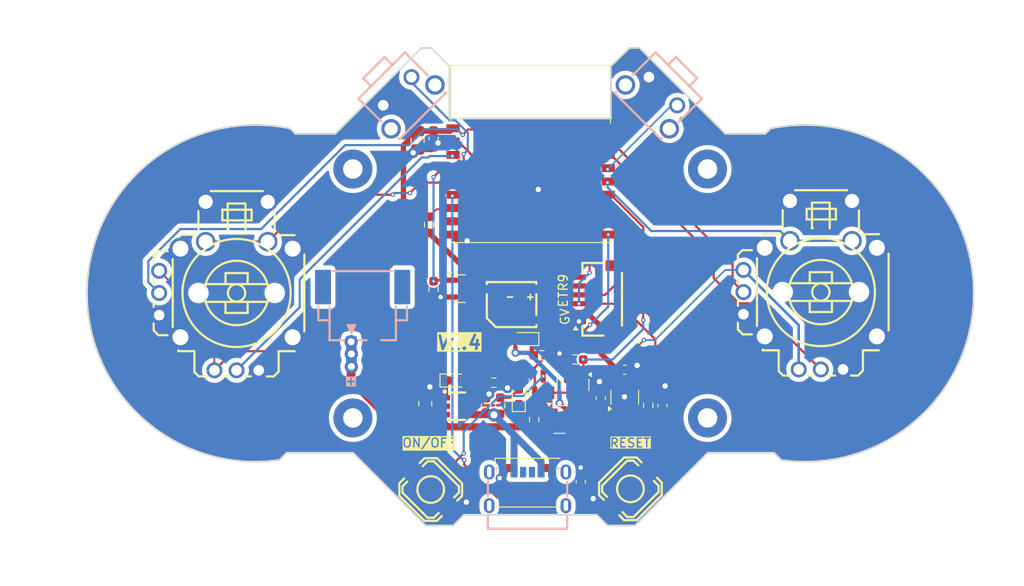
<source format=kicad_pcb>
(kicad_pcb (version 20240108) (generator "pcbnew") (generator_version "8.0")
  (layers (0 "F.Cu" signal) (31 "B.Cu" signal) (34 "B.Paste" user) (35 "F.Paste" user) (36 "B.SilkS" user "B.Silkscreen") (37 "F.SilkS" user "F.Silkscreen") (38 "B.Mask" user) (39 "F.Mask" user) (44 "Edge.Cuts" user))
  (net 0 "")
  (net 1 "/EN")
  (net 2 "GND")
  (net 3 "+3V3")
  (net 4 "Net-(U1-VCC)")
  (net 5 "+BATT")
  (net 6 "/IO3")
  (net 7 "VCC")
  (net 8 "Net-(Q1-G)")
  (net 9 "Net-(D1-K)")
  (net 10 "Net-(D1-A)")
  (net 11 "Net-(D2-K)")
  (net 15 "Net-(U1-PROG)")
  (net 16 "/TXD")
  (net 17 "/RXD")
  (net 18 "/IO9")
  (net 19 "/RGB")
  (net 20 "/POWER_EN")
  (net 21 "/ADC1_CH4")
  (net 22 "/ADC1_CH1")
  (net 23 "/ADC1_CH2")
  (net 24 "Net-(U4-IO8)")
  (net 25 "Net-(D4-C)")
  (net 26 "/KEY")
  (net 27 "/R_BUTTON")
  (net 28 "Net-(D5-K)")
  (net 30 "/ADC1_CH0")
  (net 31 "/BEEPER")
  (net 32 "/L_BUTTON")
  (net 34 "Net-(BUZZER2--)")
  (footprint "LED_SMD:LED_WS2812B_PLCC4_5.0x5.0mm_P3.2mm" (layer "F.Cu") (at 123 102.3 180)
    (property "Reference" "D3" (hide yes))
    (property "Value" "WS2812B")
  )
  (footprint "Package_TO_SOT_SMD:SOT-23" (layer "F.Cu") (at 115.3575 80.4)
    (property "Reference" "Q3" (hide yes))
    (property "Value" "AllPower__AP2300")
  )
  (footprint "Capacitor_SMD:C_0603_1608Metric_Pad1.08x0.95mm_HandSolder" (layer "F.Cu") (at 118.3125 93.575 90)
    (property "Reference" "C4" (hide yes))
    (property "Value" "1u" (hide yes))
  )
  (footprint "kicadLib:CONN-SMD_6P-P1.00_XYECONN_XY-SH1.0-6A61" (layer "F.Cu") (at 130.8 81.6 90)
    (property "Reference" "J3" (hide yes))
    (property "Value" "Conn_01x06")
  )
  (footprint "Package_TO_SOT_SMD:SOT-23-5" (layer "F.Cu") (at 133.9625 92.6625 90)
    (property "Reference" "U3" (hide yes))
    (property "Value" "XC6220B331MR")
  )
  (footprint "MountingHole:MountingHole_2.2mm_M2_Pad" (layer "F.Cu") (at 103.3 95)
    (property "Reference" "H1" (hide yes))
    (property "Value" "MountingHole" (hide yes))
  )
  (footprint "Resistor_SMD:R_0603_1608Metric_Pad0.98x0.95mm_HandSolder" (layer "F.Cu") (at 112.4 80.475 90)
    (property "Reference" "R11" (hide yes))
    (property "Value" "33k")
  )
  (footprint "Package_TO_SOT_SMD:SOT-23" (layer "F.Cu") (at 128.3625 91.2625 -90)
    (property "Reference" "Q2" (hide yes))
    (property "Value" "AllPower__AP2300")
  )
  (footprint "Capacitor_SMD:C_0603_1608Metric_Pad1.08x0.95mm_HandSolder" (layer "F.Cu") (at 131.2625 92.7625 90)
    (property "Reference" "C7" (hide yes))
    (property "Value" "1u")
  )
  (footprint "espController:SW-SMD_L6.0-W6.0-P6.00-LS6.6" (layer "F.Cu") (at 134.6 103 45)
    (property "Reference" "SW1" (hide yes))
    (property "Value" "TS-1199A-B-B")
  )
  (footprint "espController:SW-TH_RKJXV1224005" (layer "F.Cu") (at 88.978 80.111 180)
    (property "Reference" "SW2" (hide yes))
    (property "Value" "RKJXV1224005")
  )
  (footprint "Resistor_SMD:R_0603_1608Metric_Pad0.98x0.95mm_HandSolder" (layer "F.Cu") (at 136.6125 93.5875 90)
    (property "Reference" "R1" (hide yes))
    (property "Value" "10k")
  )
  (footprint "Resistor_SMD:R_0603_1608Metric_Pad0.98x0.95mm_HandSolder" (layer "F.Cu") (at 124.6125 87.925)
    (property "Reference" "R10" (hide yes))
    (property "Value" "3k6")
  )
  (footprint "Resistor_SMD:R_0603_1608Metric_Pad0.98x0.95mm_HandSolder" (layer "F.Cu") (at 119.9125 93.625 90)
    (property "Reference" "R3" (hide yes))
    (property "Value" "1k" (hide yes))
  )
  (footprint "Resistor_SMD:R_0603_1608Metric_Pad0.98x0.95mm_HandSolder" (layer "F.Cu") (at 123.75 95.175 90)
    (property "Reference" "R8" (hide yes))
    (property "Value" "33k")
  )
  (footprint "LED_SMD:LED_0603_1608Metric_Pad1.05x0.95mm_HandSolder" (layer "F.Cu") (at 122.0125 92.625 90)
    (property "Reference" "D2" (hide yes))
    (property "Value" "BLUE" (hide yes))
  )
  (footprint "Capacitor_SMD:C_0805_2012Metric_Pad1.18x1.45mm_HandSolder" (layer "F.Cu") (at 110.6 63.6625 -90)
    (property "Reference" "C2" (hide yes))
    (property "Value" "10u")
  )
  (footprint "Capacitor_SMD:C_0603_1608Metric_Pad1.08x0.95mm_HandSolder" (layer "F.Cu") (at 138.2125 93.5875 90)
    (property "Reference" "C1" (hide yes))
    (property "Value" "100n")
  )
  (footprint "MountingHole:MountingHole_2.2mm_M2_Pad" (layer "F.Cu") (at 143.3 95)
    (property "Reference" "H3" (hide yes))
    (property "Value" "MountingHole" (hide yes))
  )
  (footprint "LED_SMD:LED_0603_1608Metric_Pad1.05x0.95mm_HandSolder" (layer "F.Cu") (at 122.6125 86.1 180)
    (property "Reference" "D5" (hide yes))
    (property "Value" "GREEN")
  )
  (footprint "MountingHole:MountingHole_2.2mm_M2_Pad" (layer "F.Cu") (at 103.3 66.9)
    (property "Reference" "H4" (hide yes))
    (property "Value" "MountingHole" (hide yes))
  )
  (footprint "Resistor_SMD:R_0603_1608Metric_Pad0.98x0.95mm_HandSolder" (layer "F.Cu") (at 119.2125 91.025 180)
    (property "Reference" "R4" (hide yes))
    (property "Value" "1.5k" (hide yes))
  )
  (footprint "espController:SW-SMD_L6.0-W6.0-P6.00-LS6.6" (layer "F.Cu") (at 112.07868 103.07868 135)
    (property "Reference" "SW5" (hide yes))
    (property "Value" "TS-1199A-B-B")
  )
  (footprint "Package_TO_SOT_SMD:SOT-23" (layer "F.Cu") (at 124.7625 91.2125 90)
    (property "Reference" "D4" (hide yes))
    (property "Value" "BAT54C")
  )
  (footprint "LED_SMD:LED_0603_1608Metric_Pad1.05x0.95mm_HandSolder" (layer "F.Cu") (at 114.7875 90.775)
    (property "Reference" "D1" (hide yes))
    (property "Value" "RED" (hide yes))
  )
  (footprint "Package_TO_SOT_SMD:SOT-23" (layer "F.Cu") (at 126.6125 95.175)
    (property "Reference" "Q1" (hide yes))
    (property "Value" "AO3401")
  )
  (footprint "espController:ESP32-C3-WROOM-02" (layer "F.Cu") (at 123.35 68.2)
    (property "Reference" "U4" (hide yes))
    (property "Value" "ESP32-C3-WROOM-02-N4")
  )
  (footprint "Capacitor_SMD:C_0603_1608Metric_Pad1.08x0.95mm_HandSolder" (layer "F.Cu") (at 129 102.2 -90)
    (property "Reference" "C11" (hide yes))
    (property "Value" "100n")
  )
  (footprint "Capacitor_SMD:C_0805_2012Metric_Pad1.18x1.45mm_HandSolder" (layer "F.Cu") (at 111.4625 93.375 90)
    (property "Reference" "C5" (hide yes))
    (property "Value" "10u" (hide yes))
  )
  (footprint "espController:SW-TH_RKJXV1224005" (layer "F.Cu") (at 154.878 80.011 180)
    (property "Reference" "SW3" (hide yes))
    (property "Value" "RKJXV1224005")
  )
  (footprint "Resistor_SMD:R_0603_1608Metric_Pad0.98x0.95mm_HandSolder" (layer "F.Cu") (at 111.9 73.2 -90)
    (property "Reference" "R2" (hide yes))
    (property "Value" "10k")
  )
  (footprint "espController:SOT-23-6_L2.9-W1.6-P0.95-LS2.8-BR" (layer "F.Cu") (at 115.0625 93.675 180)
    (property "Reference" "U1" (hide yes))
    (property "Value" "TP4059" (hide yes))
  )
  (footprint "Resistor_SMD:R_0603_1608Metric_Pad0.98x0.95mm_HandSolder" (layer "F.Cu") (at 128.3625 88.4)
    (property "Reference" "R9" (hide yes))
    (property "Value" "33k")
  )
  (footprint "MountingHole:MountingHole_2.2mm_M2_Pad" (layer "F.Cu") (at 143.3 66.9)
    (property "Reference" "H2" (hide yes))
    (property "Value" "MountingHole" (hide yes))
  )
  (footprint "Capacitor_SMD:C_0603_1608Metric_Pad1.08x0.95mm_HandSolder" (layer "F.Cu") (at 133.9625 89.5625)
    (property "Reference" "C9" (hide yes))
    (property "Value" "1u")
  )
  (footprint "espController:BUZ-SMD_L5.0-W5.5-P4.60" (layer "F.Cu") (at 121.2 82.2 180)
    (property "Reference" "BUZZER2" (hide yes))
    (property "Value" "MLT-5020_COPY")
  )
  (footprint "Capacitor_SMD:C_0603_1608Metric_Pad1.08x0.95mm_HandSolder" (layer "F.Cu") (at 112.4 63.4625 -90)
    (property "Reference" "C3" (hide yes))
    (property "Value" "100n")
  )
  (footprint "bat_rf:USB-C-SMD_HX-TYPE-C-6PIN" (layer "B.Cu") (at 123 103 180)
    (property "Reference" "J1" (hide yes))
    (property "Value" "USB_C_Receptacle_PowerOnly_6P" (hide yes))
  )
  (footprint "espController:CONN-SMD_2P-P2.54-XH2.54-WT" (layer "B.Cu") (at 104.4 84)
    (property "Reference" "J2" (hide yes))
    (property "Value" "Bat")
  )
  (footprint "espController:SW-TH_TC-1102N-C-AS-B" (layer "B.Cu") (at 137.4 59 -45)
    (property "Reference" "SW4" (hide yes))
    (property "Value" "TC-1102N-C-AS-B")
  )
  (footprint "espController:SW-TH_TC-1102N-C-AS-B" (layer "B.Cu") (at 109.2 59 45)
    (property "Reference" "SW7" (hide yes))
    (property "Value" "TC-1102N-C-AS-B")
  )
  (gr_line (start 135.619887 53.230006) (end 134.519912 53.230006) (stroke (width 0.2)) (layer "Edge.Cuts"))
  (gr_line (start 114.2 61.2) (end 114.2 55.3) (stroke (width 0.2)) (layer "Edge.Cuts"))
  (gr_line (start 134.519912 53.230006) (end 132.4 55.3) (stroke (width 0.2)) (layer "Edge.Cuts"))
  (gr_line (start 150.414172 62.335823) (end 149.819963 62.930006) (stroke (width 0.2)) (layer "Edge.Cuts"))
  (gr_line (start 112.119861 53.230006) (end 111.019912 53.230006) (stroke (width 0.2)) (layer "Edge.Cuts"))
  (gr_line (start 145.319887 62.930006) (end 135.619887 53.230006) (stroke (width 0.2)) (layer "Edge.Cuts"))
  (gr_line (start 95.011446 99.738421) (end 95.011505 99.738413) (stroke (width 0.2)) (layer "Edge.Cuts"))
  (gr_line (start 114.619938 107.130082) (end 115.819861 105.930006) (stroke (width 0.2)) (layer "Edge.Cuts"))
  (gr_line (start 130.819912 105.930006) (end 132.019963 107.130082) (stroke (width 0.2)) (layer "Edge.Cuts"))
  (gr_arc (start 95.011448 99.738419) (mid 73.32999 80.313514) (end 96.225677 62.335748) (stroke (width 0.2)) (layer "Edge.Cuts"))
  (gr_line (start 150.414222 62.335747) (end 150.414172 62.335823) (stroke (width 0.2)) (layer "Edge.Cuts"))
  (gr_line (start 143.320014 98.930006) (end 150.819963 98.930006) (stroke (width 0.2)) (layer "Edge.Cuts"))
  (gr_line (start 114.2 55.3) (end 112.119861 53.230006) (stroke (width 0.2)) (layer "Edge.Cuts"))
  (gr_line (start 115.819861 105.930006) (end 123.319963 105.930006) (stroke (width 0.2)) (layer "Edge.Cuts"))
  (gr_line (start 132.019963 107.130082) (end 135.119938 107.130082) (stroke (width 0.2)) (layer "Edge.Cuts"))
  (gr_line (start 95.011429 99.738439) (end 95.011446 99.738421) (stroke (width 0.2)) (layer "Edge.Cuts"))
  (gr_line (start 123.319963 105.930006) (end 130.819912 105.930006) (stroke (width 0.2)) (layer "Edge.Cuts"))
  (gr_line (start 149.819963 62.930006) (end 145.319887 62.930006) (stroke (width 0.2)) (layer "Edge.Cuts"))
  (gr_line (start 111.519836 107.130082) (end 114.619938 107.130082) (stroke (width 0.2)) (layer "Edge.Cuts"))
  (gr_line (start 95.819811 98.930006) (end 103.319887 98.930006) (stroke (width 0.2)) (layer "Edge.Cuts"))
  (gr_line (start 150.819963 98.930006) (end 151.628336 99.738405) (stroke (width 0.2)) (layer "Edge.Cuts"))
  (gr_line (start 96.819811 62.930006) (end 96.225627 62.335823) (stroke (width 0.2)) (layer "Edge.Cuts"))
  (gr_arc (start 150.414222 62.335747) (mid 173.310074 80.313567) (end 151.628336 99.738405) (stroke (width 0.2)) (layer "Edge.Cuts"))
  (gr_line (start 103.319887 98.930006) (end 111.519836 107.130082) (stroke (width 0.2)) (layer "Edge.Cuts"))
  (gr_line (start 135.119938 107.130082) (end 143.320014 98.930006) (stroke (width 0.2)) (layer "Edge.Cuts"))
  (gr_line (start 96.225627 62.335823) (end 96.225677 62.335748) (stroke (width 0.2)) (layer "Edge.Cuts"))
  (gr_line (start 132.4 61.2) (end 114.2 61.2) (stroke (width 0.2)) (layer "Edge.Cuts"))
  (gr_line (start 95.011505 99.738413) (end 95.011429 99.738439) (stroke (width 0.2)) (layer "Edge.Cuts"))
  (gr_line (start 111.019912 53.230006) (end 101.319887 62.930006) (stroke (width 0.2)) (layer "Edge.Cuts"))
  (gr_line (start 101.319887 62.930006) (end 96.819811 62.930006) (stroke (width 0.2)) (layer "Edge.Cuts"))
  (gr_line (start 95.011448 99.738419) (end 95.819811 98.930006) (stroke (width 0.2)) (layer "Edge.Cuts"))
  (gr_line (start 132.4 55.3) (end 132.4 61.2) (stroke (width 0.2)) (layer "Edge.Cuts"))
  (gr_text "+" (at 103.8 91.4 -0) (layer "B.SilkS" knockout) (effects (font (size 1 1)) (justify left bottom mirror)))
  (gr_text "T" (at 127.6 81.6 90) (layer "F.SilkS") (effects (font (size 1 1)) (justify left bottom)))
  (gr_text "V1.4" (at 112.6 87.4 0) (layer "F.SilkS" knockout) (effects (font (size 1.5 1.5) (thickness 0.3) (bold yes) (italic yes)) (justify left bottom)))
  (gr_text "9" (at 127.6 79.8 90) (layer "F.SilkS") (effects (font (size 1 1)) (justify left bottom)))
  (gr_text "G" (at 127.8 84.6 90) (layer "F.SilkS") (effects (font (size 1 1)) (justify left bottom)))
  (gr_text "E" (at 127.6 82.6 90) (layer "F.SilkS") (effects (font (size 1 1)) (justify left bottom)))
  (gr_text "R" (at 127.6 80.8 90) (layer "F.SilkS") (effects (font (size 1 1)) (justify left bottom)))
  (gr_text "ON/OFF" (at 108.8 98.4 0) (layer "F.SilkS" knockout) (effects (font (size 1 1)) (justify left bottom)))
  (gr_text "RESET" (at 132.2 98.4 0) (layer "F.SilkS" knockout) (effects (font (size 1 1)) (justify left bottom)))
  (gr_text "V" (at 127.8 83.6 90) (layer "F.SilkS") (effects (font (size 1 1)) (justify left bottom)))
  (segment (start 138.1625 94.5) (end 138.2125 94.45) (width 0.6) (layer "F.Cu") (net 1))
  (segment (start 126 72.4) (end 123.8 72.4) (width 0.25) (layer "F.Cu") (net 1))
  (segment (start 136.6125 94.5) (end 136.6125 100.76986) (width 0.25) (layer "F.Cu") (net 1))
  (segment (start 137.4125 86.136153) (end 137.4125 94.3) (width 0.25) (layer "F.Cu") (net 1))
  (segment (start 136.6125 94.5) (end 137.6125 94.5) (width 0.6) (layer "F.Cu") (net 1))
  (segment (start 137.4125 94.3) (end 137.6125 94.5) (width 0.25) (layer "F.Cu") (net 1))
  (segment (start 130.002494 78.598753) (end 130.002494 76.402494) (width 0.25) (layer "F.Cu") (net 1))
  (segment (start 136.6125 100.76986) (end 136.72132 100.87868) (width 0.25) (layer "F.Cu") (net 1))
  (segment (start 130.002494 76.402494) (end 126 72.4) (width 0.25) (layer "F.Cu") (net 1))
  (segment (start 137.6125 94.5) (end 138.1625 94.5) (width 0.6) (layer "F.Cu") (net 1))
  (segment (start 115.332822 63.932822) (end 114.525107 63.932822) (width 0.25) (layer "F.Cu") (net 1))
  (segment (start 128.8 82.1) (end 133.376347 82.1) (width 0.25) (layer "F.Cu") (net 1))
  (segment (start 133.376347 82.1) (end 137.4125 86.136153) (width 0.25) (layer "F.Cu") (net 1))
  (segment (start 123.8 72.4) (end 115.332822 63.932822) (width 0.25) (layer "F.Cu") (net 1))
  (via (at 130.002494 78.598753) (size 0.5) (drill 0.25) (layers "F.Cu" "B.Cu") (net 1))
  (via (at 128.8 82.1) (size 0.5) (drill 0.25) (layers "F.Cu" "B.Cu") (net 1))
  (segment (start 130.002494 78.598753) (end 128.8 79.801247) (width 0.25) (layer "B.Cu") (net 1))
  (segment (start 128.8 79.801247) (end 128.8 82.1) (width 0.25) (layer "B.Cu") (net 1))
  (segment (start 126 88.4) (end 125.525 87.925) (width 0.5) (layer "F.Cu") (net 2))
  (segment (start 119.848624 101.793644) (end 120.55 101.092268) (width 0.5) (layer "F.Cu") (net 2))
  (segment (start 125.41 69.6) (end 125.41 68.5) (width 0.5) (layer "F.Cu") (net 2))
  (segment (start 134.865242 89.5625) (end 134.825 89.5625) (width 0.6) (layer "F.Cu") (net 2))
  (segment (start 123.21 67.4) (end 125.41 67.4) (width 0.25) (layer "F.Cu") (net 2))
  (segment (start 133.9625 93.8) (end 133.9625 92.647786) (width 0.6) (layer "F.Cu") (net 2))
  (segment (start 112.6 64.325) (end 110.975 64.325) (width 0.6) (layer "F.Cu") (net 2))
  (segment (start 125.41 67.4) (end 125.41 68.5) (width 0.25) (layer "F.Cu") (net 2))
  (segment (start 120.155237 91.025) (end 120.737501 91.607264) (width 0.5) (layer "F.Cu") (net 2))
  (segment (start 125.36 68.1) (end 125.31 68.1) (width 0.6) (layer "F.Cu") (net 2))
  (segment (start 111.4625 92.013048) (end 111.4625 92.3375) (width 0.6) (layer "F.Cu") (net 2))
  (segment (start 125.36 68.1) (end 124.26 68.1) (width 0.6) (layer "F.Cu") (net 2))
  (segment (start 120.125 91.025) (end 120.155237 91.025) (width 0.5) (layer "F.Cu") (net 2))
  (segment (start 120.55 101.092268) (end 120.55 100.65) (width 0.5) (layer "F.Cu") (net 2))
  (segment (start 110.975 64.325) (end 110.6 64.7) (width 0.6) (layer "F.Cu") (net 2))
  (segment (start 127.45 90.2875) (end 127.4125 90.325) (width 0.5) (layer "F.Cu") (net 2))
  (segment (start 114.3 105.2) (end 115.4 105.2) (width 0.6) (layer "F.Cu") (net 2))
  (segment (start 127.2875 88.4) (end 126.6125 87.725) (width 0.5) (layer "F.Cu") (net 2))
  (segment (start 129 101.3375) (end 129 100.6) (width 0.5) (layer "F.Cu") (net 2))
  (segment (start 118.3125 92.634141) (end 118.650351 92.29629) (width 0.5) (layer "F.Cu") (net 2))
  (segment (start 114.42 81.35) (end 113.2 81.35) (width 0.3) (layer "F.Cu") (net 2))
  (segment (start 133.9625 92.647786) (end 133.923177 92.608463) (width 0.6) (layer "F.Cu") (net 2))
  (segment (start 126.4125 87.925) (end 126.6125 87.725) (width 0.5) (layer "F.Cu") (net 2))
  (segment (start 127.45 88.4) (end 127.45 90.2875) (width 0.5) (layer "F.Cu") (net 2))
  (segment (start 138.2125 92.725) (end 138.2125 91.6875) (width 0.6) (layer "F.Cu") (net 2))
  (segment (start 112.6 64.625) (end 111.275 64.625) (width 0.6) (layer "F.Cu") (net 2))
  (segment (start 113.1625 81.3875) (end 113.2 81.35) (width 0.5) (layer "F.Cu") (net 2))
  (segment (start 138.2125 91.6875) (end 138.5125 91.3875) (width 0.6) (layer "F.Cu") (net 2))
  (segment (start 111.981524 91.494024) (end 111.4625 92.013048) (width 0.6) (layer "F.Cu") (net 2))
  (segment (start 112.6 64.325) (end 112.6 64.2625) (width 0.6) (layer "F.Cu") (net 2))
  (segment (start 112.4 81.3875) (end 113.1625 81.3875) (width 0.5) (layer "F.Cu") (net 2))
  (segment (start 112.8125 93.675) (end 113.7125 93.675) (width 0.6) (layer "F.Cu") (net 2))
  (segment (start 115.092285 75) (end 116.2 75) (width 0.6) (layer "F.Cu") (net 2))
  (segment (start 115.4 105.2) (end 116.1 104.5) (width 0.6) (layer "F.Cu") (net 2))
  (segment (start 124.26 68.1) (end 123.16 69.2) (width 0.6) (layer "F.Cu") (net 2))
  (segment (start 123.21 67.4) (end 123.21 68.5) (width 0.25) (layer "F.Cu") (net 2))
  (segment (start 125.525 87.925) (end 126.4125 87.925) (width 0.5) (layer "F.Cu") (net 2))
  (segment (start 127.45 88.4) (end 127.2875 88.4) (width 0.5) (layer "F.Cu") (net 2))
  (segment (start 111.981524 92.844024) (end 112.8125 93.675) (width 0.6) (layer "F.Cu") (net 2))
  (segment (start 125.36 68.1) (end 123.16 68.1) (width 0.6) (layer "F.Cu") (net 2))
  (segment (start 125.31 68.1) (end 124.21 69.2) (width 0.6) (layer "F.Cu") (net 2))
  (segment (start 112.6 64.2625) (end 112.9 63.9625) (width 0.6) (layer "F.Cu") (net 2))
  (segment (start 127.45 88.4) (end 126 88.4) (width 0.5) (layer "F.Cu") (net 2))
  (segment (start 111.981524 91.494024) (end 111.981524 92.844024) (width 0.6) (layer "F.Cu") (net 2))
  (segment (start 118.3125 92.7125) (end 118.3125 92.634141) (width 0.5) (layer "F.Cu") (net 2))
  (segment (start 131.52132 105.22132) (end 130.4 104.1) (width 0.6) (layer "F.Cu") (net 2))
  (segment (start 132.27868 105.22132) (end 131.52132 105.22132) (width 0.6) (layer "F.Cu") (net 2))
  (segment (start 112.1625 64.7) (end 112.9 63.9625) (width 0.6) (layer "F.Cu") (net 2))
  (segment (start 110.6 64.7) (end 112.1625 64.7) (width 0.6) (layer "F.Cu") (net 2))
  (segment (start 114.525107 74.432822) (end 115.092285 75) (width 0.6) (layer "F.Cu") (net 2))
  (segment (start 135.361286 89.066456) (end 134.865242 89.5625) (width 0.6) (layer "F.Cu") (net 2))
  (via (at 129 100.6) (size 0.9) (drill 0.5) (layers "F.Cu" "B.Cu") (net 2))
  (via blind (at 112.9 63.9625) (size 1.2) (drill 0.6) (layers "F.Cu" "B.Cu") (net 2))
  (via (at 126.6125 87.725) (size 0.9) (drill 0.5) (layers "F.Cu" "B.Cu") (net 2))
  (via blind (at 111.981524 91.494024) (size 1.2) (drill 0.6) (layers "F.Cu" "B.Cu") (net 2))
  (via (at 116.2 75) (size 1.2) (drill 0.6) (layers "F.Cu" "B.Cu") (net 2))
  (via (at 135.361286 89.066456) (size 1.2) (drill 0.6) (layers "F.Cu" "B.Cu") (net 2))
  (via blind (at 110.1 65.0625) (size 1.2) (drill 0.6) (layers "F.Cu" "B.Cu") (net 2))
  (via (at 133.923177 92.608463) (size 1.2) (drill 0.6) (layers "F.Cu" "B.Cu") (net 2))
  (via (at 130.4 104.1) (size 1.2) (drill 0.6) (layers "F.Cu" "B.Cu") (net 2))
  (via blind (at 120.737501 91.607264) (size 1.2) (drill 0.6) (layers "F.Cu" "B.Cu") (net 2))
  (via (at 116.1 104.5) (size 1.2) (drill 0.6) (layers "F.Cu" "B.Cu") (net 2))
  (via (at 119.848624 101.793644) (size 0.9) (drill 0.5) (layers "F.Cu" "B.Cu") (net 2))
  (via (at 113.2 81.35) (size 0.9) (drill 0.5) (layers "F.Cu" "B.Cu") (net 2))
  (via (at 128.8 84.1) (size 0.9) (drill 0.5) (layers "F.Cu" "B.Cu") (net 2))
  (via (at 138.5125 91.3875) (size 1.2) (drill 0.6) (layers "F.Cu" "B.Cu") (net 2))
  (via blind (at 124.21 69.2) (size 1.2) (drill 0.6) (layers "F.Cu" "B.Cu") (net 2))
  (via (at 131.1125 90.9) (size 1.2) (drill 0.6) (layers "F.Cu" "B.Cu") (net 2))
  (via blind (at 118.650351 92.29629) (size 1.2) (drill 0.6) (layers "F.Cu" "B.Cu") (net 2))
  (segment (start 119.848624 101.793644) (end 119.848624 101.521376) (width 0.5) (layer "B.Cu") (net 2))
  (segment (start 119.848624 101.521376) (end 120.25 101.12) (width 0.5) (layer "B.Cu") (net 2))
  (segment (start 120.25 101.27) (end 120.25 101.12) (width 0.5) (layer "B.Cu") (net 2))
  (segment (start 131.3 84.7) (end 129.7 83.1) (width 0.6) (layer "F.Cu") (net 3))
  (segment (start 136.6125 91.921948) (end 135.215552 90.525) (width 0.2) (layer "F.Cu") (net 3))
  (segment (start 109 64.225) (end 109 71.2125) (width 0.6) (layer "F.Cu") (net 3))
  (segment (start 117.3875 79.6) (end 112.29375 74.50625) (width 0.6) (layer "F.Cu") (net 3))
  (segment (start 110.6 62.625) (end 114.275 62.625) (width 0.6) (layer "F.Cu") (net 3))
  (segment (start 112.29375 74.50625) (end 111.9 74.1125) (width 0.6) (layer "F.Cu") (net 3))
  (segment (start 133.1 89.5625) (end 133.1 91.4375) (width 0.8) (layer "F.Cu") (net 3))
  (segment (start 133.1 89.2375) (end 136.130913 86.206587) (width 0.2) (layer "F.Cu") (net 3))
  (segment (start 122.65 79.6) (end 117.3875 79.6) (width 0.6) (layer "F.Cu") (net 3))
  (segment (start 81.451 78.392) (end 87.681 84.622) (width 0.2) (layer "F.Cu") (net 3))
  (segment (start 133.1 89.5125) (end 133.1 89.5625) (width 0.8) (layer "F.Cu") (net 3))
  (segment (start 133.1 89.5625) (end 131.3 87.7625) (width 0.6) (layer "F.Cu") (net 3))
  (segment (start 135.215552 90.525) (end 134.0125 90.525) (width 0.2) (layer "F.Cu") (net 3))
  (segment (start 110.6 62.625) (end 109 64.225) (width 0.6) (layer "F.Cu") (net 3))
  (segment (start 133.1 91.4375) (end 133.0125 91.525) (width 0.8) (layer "F.Cu") (net 3))
  (segment (start 87.681 89.622) (end 89.836 87.467) (width 0.25) (layer "F.Cu") (net 3))
  (segment (start 111.4 74.1125) (end 111.9 74.1125) (width 0.25) (layer "F.Cu") (net 3))
  (segment (start 126.15 83.1) (end 123.5 80.45) (width 0.6) (layer "F.Cu") (net 3))
  (segment (start 109 71.2125) (end 112.29375 74.50625) (width 0.6) (layer "F.Cu") (net 3))
  (segment (start 136.6125 92.675) (end 136.6125 91.921948) (width 0.2) (layer "F.Cu") (net 3))
  (segment (start 131.3 87.7625) (end 131.3 84.7) (width 0.6) (layer "F.Cu") (net 3))
  (segment (start 129.7 83.1) (end 128.8 83.1) (width 0.6) (layer "F.Cu") (net 3))
  (segment (start 123.5 80.45) (end 122.65 79.6) (width 0.6) (layer "F.Cu") (net 3))
  (segment (start 114.275 62.625) (end 114.6 62.3) (width 0.6) (layer "F.Cu") (net 3))
  (segment (start 134.0125 90.525) (end 133.0125 91.525) (width 0.2) (layer "F.Cu") (net 3))
  (segment (start 133.1 89.5625) (end 133.1 89.2375) (width 0.2) (layer "F.Cu") (net 3))
  (segment (start 98.0455 87.467) (end 111.4 74.1125) (width 0.25) (layer "F.Cu") (net 3))
  (segment (start 89.836 87.467) (end 98.0455 87.467) (width 0.25) (layer "F.Cu") (net 3))
  (segment (start 87.681 84.622) (end 87.681 89.622) (width 0.2) (layer "F.Cu") (net 3))
  (segment (start 128.8 83.1) (end 126.15 83.1) (width 0.6) (layer "F.Cu") (net 3))
  (via (at 136.130913 86.206587) (size 0.5) (drill 0.25) (layers "F.Cu" "B.Cu") (net 3))
  (segment (start 153.581 84.522) (end 147.351 78.292) (width 0.3) (layer "B.Cu") (net 3))
  (segment (start 136.130913 86.206587) (end 137.373913 86.206587) (width 0.2) (layer "B.Cu") (net 3))
  (segment (start 137.373913 86.206587) (end 145.2885 78.292) (width 0.2) (layer "B.Cu") (net 3))
  (segment (start 145.2885 78.292) (end 147.351 78.292) (width 0.2) (layer "B.Cu") (net 3))
  (segment (start 153.581 89.522) (end 153.581 84.522) (width 0.3) (layer "B.Cu") (net 3))
  (segment (start 116.4125 94.625) (end 119.65 94.625) (width 0.8) (layer "F.Cu") (net 4))
  (segment (start 119.65 94.625) (end 119.7875 94.4875) (width 0.8) (layer "F.Cu") (net 4))
  (segment (start 119.1125 94.625) (end 116.4125 94.625) (width 0.8) (layer "F.Cu") (net 4))
  (via (at 119.2125 94.65) (size 1.5) (drill 0.8) (layers "F.Cu" "B.Cu") (net 4))
  (segment (start 124.52 99.88) (end 124.52 100.4) (width 0.8) (layer "B.Cu") (net 4))
  (segment (start 121.48 96.9175) (end 119.2125 94.65) (width 0.8) (layer "B.Cu") (net 4))
  (segment (start 124.52 100.4) (end 124.52 101.12) (width 0.8) (layer "B.Cu") (net 4))
  (segment (start 121.48 101.12) (end 121.48 96.9175) (width 0.8) (layer "B.Cu") (net 4))
  (segment (start 124.52 100.4) (end 124.52 99.9575) (width 0.8) (layer "B.Cu") (net 4))
  (segment (start 124.52 99.9575) (end 119.2125 94.65) (width 0.8) (layer "B.Cu") (net 4))
  (segment (start 103.1 90.69878) (end 106.81372 94.4125) (width 1) (layer "F.Cu") (net 5))
  (segment (start 111.675 94.625) (end 112.6125 94.625) (width 0.8) (layer "F.Cu") (net 5))
  (segment (start 112.6125 94.625) (end 113.7125 94.625) (width 0.8) (layer "F.Cu") (net 5))
  (segment (start 103.1 86.4) (end 103.1 88.590986) (width 0.8) (layer "F.Cu") (net 5))
  (segment (start 103.1 86.4) (end 103.1 88.1375) (width 0.8) (layer "F.Cu") (net 5))
  (segment (start 106.81372 94.4125) (end 111.4625 94.4125) (width 1) (layer "F.Cu") (net 5))
  (segment (start 113.9875 96) (end 124.8875 96) (width 0.8) (layer "F.Cu") (net 5))
  (segment (start 103.1 86.4) (end 103.1 90.69878) (width 1) (layer "F.Cu") (net 5))
  (segment (start 112.6125 94.625) (end 113.9875 96) (width 0.8) (layer "F.Cu") (net 5))
  (segment (start 111.4625 94.4125) (end 111.675 94.625) (width 0.8) (layer "F.Cu") (net 5))
  (via blind (at 103.1 86.4) (size 1.5) (drill 0.8) (layers "F.Cu" "B.Cu") (net 5))
  (via blind (at 103.13 89.2) (size 1.5) (drill 0.8) (layers "F.Cu" "B.Cu") (net 5))
  (via blind (at 103.13 87.775) (size 1.5) (drill 0.8) (layers "F.Cu" "B.Cu") (net 5))
  (segment (start 103.13 86.43) (end 103.1 86.4) (width 0.8) (layer "B.Cu") (net 5))
  (segment (start 103.13 87.775) (end 103.13 86.43) (width 0.8) (layer "B.Cu") (net 5))
  (via (at 132.025107 66.932822) (size 0.5) (drill 0.25) (layers "F.Cu" "B.Cu") (net 6))
  (segment (start 132.025107 66.932822) (end 139.250822 59.707107) (width 0.2) (layer "B.Cu") (net 6))
  (segment (start 139.250822 59.707107) (end 139.874874 59.707107) (width 0.2) (layer "B.Cu") (net 6))
  (segment (start 131.867178 66.932822) (end 132.025107 66.932822) (width 0.2) (layer "B.Cu") (net 6))
  (segment (start 133.497684 95.0625) (end 134.516456 95.0625) (width 0.8) (layer "F.Cu") (net 7))
  (segment (start 131.2625 100.8) (end 129 103.0625) (width 0.25) (layer "F.Cu") (net 7))
  (segment (start 127.55 95.175) (end 127.55 94.2625) (width 0.5) (layer "F.Cu") (net 7))
  (segment (start 129.7125 95.175) (end 131.2625 93.625) (width 0.8) (layer "F.Cu") (net 7))
  (segment (start 125.45 103.95) (end 125.85 103.95) (width 0.25) (layer "F.Cu") (net 7))
  (segment (start 125.85 103.95) (end 126.7375 103.0625) (width 0.25) (layer "F.Cu") (net 7))
  (segment (start 133.0125 94.577316) (end 133.497684 95.0625) (width 0.8) (layer "F.Cu") (net 7))
  (segment (start 133.0125 93.8) (end 133.0125 94.577316) (width 0.8) (layer "F.Cu") (net 7))
  (segment (start 134.9125 94.666456) (end 134.9125 93.8) (width 0.8) (layer "F.Cu") (net 7))
  (segment (start 126.7375 103.0625) (end 129 103.0625) (width 0.25) (layer "F.Cu") (net 7))
  (segment (start 121.634522 86.202978) (end 121.7375 86.1) (width 0.5) (layer "F.Cu") (net 7))
  (segment (start 131.2625 93.625) (end 131.2625 100.8) (width 0.25) (layer "F.Cu") (net 7))
  (segment (start 127.55 94.2625) (end 126.6125 93.325) (width 0.5) (layer "F.Cu") (net 7))
  (segment (start 121.634522 87.645) (end 121.634522 86.202978) (width 0.5) (layer "F.Cu") (net 7))
  (segment (start 134.9125 93.8) (end 134.9125 94.9625) (width 0.25) (layer "F.Cu") (net 7))
  (segment (start 127.55 95.175) (end 129.7125 95.175) (width 0.8) (layer "F.Cu") (net 7))
  (segment (start 134.516456 95.0625) (end 134.9125 94.666456) (width 0.8) (layer "F.Cu") (net 7))
  (segment (start 132.8375 93.625) (end 133.0125 93.8) (width 0.8) (layer "F.Cu") (net 7))
  (segment (start 131.2625 93.625) (end 132.8375 93.625) (width 0.8) (layer "F.Cu") (net 7))
  (via (at 126.6125 93.325) (size 0.9) (drill 0.5) (layers "F.Cu" "B.Cu") (net 7))
  (via (at 121.634522 87.645) (size 0.9) (drill 0.5) (layers "F.Cu" "B.Cu") (net 7))
  (segment (start 126.6125 93.325) (end 126.6125 91.13505) (width 0.5) (layer "B.Cu") (net 7))
  (segment (start 123.12245 87.645) (end 121.634522 87.645) (width 0.5) (layer "B.Cu") (net 7))
  (segment (start 126.6125 91.13505) (end 123.12245 87.645) (width 0.5) (layer "B.Cu") (net 7))
  (segment (start 123.7875 94.225) (end 123.75 94.2625) (width 0.25) (layer "F.Cu") (net 8))
  (segment (start 125.675 94.225) (end 123.7875 94.225) (width 0.25) (layer "F.Cu") (net 8))
  (segment (start 125.675 94.225) (end 125.675 92.1875) (width 0.25) (layer "F.Cu") (net 8))
  (segment (start 125.7125 92.15) (end 128.3125 92.15) (width 0.25) (layer "F.Cu") (net 8))
  (segment (start 125.675 92.1875) (end 125.7125 92.15) (width 0.25) (layer "F.Cu") (net 8))
  (segment (start 128.3125 92.15) (end 128.3625 92.2) (width 0.25) (layer "F.Cu") (net 8))
  (segment (start 113.9125 92.525) (end 113.7125 92.725) (width 0.25) (layer "F.Cu") (net 9))
  (segment (start 113.9125 90.775) (end 113.9125 92.525) (width 0.25) (layer "F.Cu") (net 9))
  (segment (start 122.0125 91.225) (end 121.0125 90.225) (width 0.25) (layer "F.Cu") (net 10))
  (segment (start 119.9125 92.7125) (end 121.05 92.7125) (width 0.25) (layer "F.Cu") (net 10))
  (segment (start 121.0125 90.225) (end 116.2125 90.225) (width 0.25) (layer "F.Cu") (net 10))
  (segment (start 116.2125 90.225) (end 115.6625 90.775) (width 0.25) (layer "F.Cu") (net 10))
  (segment (start 121.05 92.7125) (end 122.0125 91.75) (width 0.25) (layer "F.Cu") (net 10))
  (segment (start 116.5125 93.575) (end 116.4125 93.675) (width 0.25) (layer "F.Cu") (net 11))
  (segment (start 121.9375 93.575) (end 116.5125 93.575) (width 0.25) (layer "F.Cu") (net 11))
  (segment (start 122.0125 93.5) (end 121.9375 93.575) (width 0.25) (layer "F.Cu") (net 11))
  (segment (start 118.1125 91.025) (end 116.4125 92.725) (width 0.8) (layer "F.Cu") (net 15))
  (segment (start 118.3 91.025) (end 118.1125 91.025) (width 0.8) (layer "F.Cu") (net 15))
  (segment (start 134.6 78.25) (end 131.75 81.1) (width 0.25) (layer "F.Cu") (net 16))
  (segment (start 131.75 81.1) (end 128.8 81.1) (width 0.25) (layer "F.Cu") (net 16))
  (segment (start 132.025107 71.432822) (end 132.832822 71.432822) (width 0.25) (layer "F.Cu") (net 16))
  (segment (start 132.832822 71.432822) (end 134.6 73.2) (width 0.25) (layer "F.Cu") (net 16))
  (segment (start 134.6 73.2) (end 134.6 78.25) (width 0.25) (layer "F.Cu") (net 16))
  (segment (start 131.675107 72.932822) (end 132.025107 72.932822) (width 0.25) (layer "F.Cu") (net 17))
  (segment (start 130.75 73.857929) (end 130.75 79.2) (width 0.25) (layer "F.Cu") (net 17))
  (segment (start 130.75 73.857929) (end 131.675107 72.932822) (width 0.25) (layer "F.Cu") (net 17))
  (segment (start 129.85 80.1) (end 130.75 79.2) (width 0.25) (layer "F.Cu") (net 17))
  (segment (start 128.8 80.1) (end 129.85 80.1) (width 0.25) (layer "F.Cu") (net 17))
  (segment (start 128.8 76.4) (end 125.332822 72.932822) (width 0.25) (layer "F.Cu") (net 18))
  (segment (start 125.332822 72.932822) (end 114.525107 72.932822) (width 0.25) (layer "F.Cu") (net 18))
  (segment (start 114.6 72.8) (end 114.9 72.8) (width 0.25) (layer "F.Cu") (net 18))
  (segment (start 114.9 72.8) (end 115.799999 71.900001) (width 0.25) (layer "F.Cu") (net 18))
  (segment (start 115.799999 71.900001) (end 115.799999 65.213173) (width 0.25) (layer "F.Cu") (net 18))
  (segment (start 128.8 76.4) (end 128.8 79.1) (width 0.25) (layer "F.Cu") (net 18))
  (via (at 115.799999 65.213173) (size 0.5) (drill 0.25) (layers "F.Cu" "B.Cu") (net 18))
  (segment (start 114.2 61.4) (end 109.907107 57.107107) (width 0.25) (layer "B.Cu") (net 18))
  (segment (start 116.26238 62.809613) (end 114.852767 61.4) (width 0.25) (layer "B.Cu") (net 18))
  (segment (start 115.799999 65.213173) (end 116.26238 64.750792) (width 0.25) (layer "B.Cu") (net 18))
  (segment (start 114.852767 61.4) (end 114.2 61.4) (width 0.25) (layer "B.Cu") (net 18))
  (segment (start 116.26238 64.750792) (end 116.26238 62.809613) (width 0.25) (layer "B.Cu") (net 18))
  (segment (start 109.907107 57.107107) (end 109.907107 56.525126) (width 0.25) (layer "B.Cu") (net 18))
  (segment (start 115.856585 100.256585) (end 115.856585 99.756589) (width 0.25) (layer "F.Cu") (net 19))
  (segment (start 119.55 103.95) (end 115.856585 100.256585) (width 0.25) (layer "F.Cu") (net 19))
  (segment (start 120.55 103.95) (end 119.55 103.95) (width 0.25) (layer "F.Cu") (net 19))
  (via (at 114.525107 69.932822) (size 0.5) (drill 0.25) (layers "F.Cu" "B.Cu") (net 19))
  (via (at 115.856585 99.756589) (size 0.5) (drill 0.25) (layers "F.Cu" "B.Cu") (net 19))
  (segment (start 114.537607 96.427925) (end 114.537607 96) (width 0.2) (layer "B.Cu") (net 19))
  (segment (start 115.856585 99.756589) (end 115.743416 99.756589) (width 0.25) (layer "B.Cu") (net 19))
  (segment (start 115.856585 99.756589) (end 115.778771 99.756589) (width 0.2) (layer "B.Cu") (net 19))
  (segment (start 114.525107 98.53828) (end 114.525107 69.932822) (width 0.25) (layer "B.Cu") (net 19))
  (segment (start 114.525107 98.502925) (end 114.525107 96.0125) (width 0.25) (layer "B.Cu") (net 19))
  (segment (start 115.778771 99.756589) (end 114.525107 98.502925) (width 0.2) (layer "B.Cu") (net 19))
  (segment (start 115.743416 99.756589) (end 114.525107 98.53828) (width 0.25) (layer "B.Cu") (net 19))
  (segment (start 114.525107 96.0125) (end 114.537607 96) (width 0.25) (layer "B.Cu") (net 19))
  (segment (start 136.044759 73.444759) (end 136.044759 83.955239) (width 0.25) (layer "F.Cu") (net 20))
  (segment (start 129.3125 88.4375) (end 129.275 88.4) (width 0.25) (layer "F.Cu") (net 20))
  (segment (start 129.3125 90.325) (end 129.3125 88.4375) (width 0.25) (layer "F.Cu") (net 20))
  (segment (start 132.4 69.8) (end 136.044759 73.444759) (width 0.25) (layer "F.Cu") (net 20))
  (segment (start 132.1 69.8) (end 132.4 69.8) (width 0.25) (layer "F.Cu") (net 20))
  (segment (start 132.025107 69.932822) (end 132.828964 69.932822) (width 0.25) (layer "F.Cu") (net 20))
  (via (at 136.044759 83.955239) (size 0.5) (drill 0.25) (layers "F.Cu" "B.Cu") (net 20))
  (via (at 129.275 88.4) (size 0.5) (drill 0.25) (layers "F.Cu" "B.Cu") (net 20))
  (segment (start 136.044759 83.955239) (end 136.044759 84.955241) (width 0.25) (layer "B.Cu") (net 20))
  (segment (start 132.6 88.4) (end 129.275 88.4) (width 0.25) (layer "B.Cu") (net 20))
  (segment (start 132.6 88.4) (end 136.044759 84.955241) (width 0.25) (layer "B.Cu") (net 20))
  (via (at 114.525107 65.432822) (size 0.5) (drill 0.25) (layers "F.Cu" "B.Cu") (net 21))
  (segment (start 114.525107 65.432822) (end 111.967178 65.432822) (width 0.25) (layer "B.Cu") (net 21))
  (segment (start 111.8 65.6) (end 111.055 65.6) (width 0.25) (layer "B.Cu") (net 21))
  (segment (start 97.302 79.353) (end 97.302 82.5) (width 0.25) (layer "B.Cu") (net 21))
  (segment (start 111.967178 65.432822) (end 111.8 65.6) (width 0.25) (layer "B.Cu") (net 21))
  (segment (start 97.302 82.5) (end 90.18 89.622) (width 0.25) (layer "B.Cu") (net 21))
  (segment (start 111.055 65.6) (end 97.302 79.353) (width 0.25) (layer "B.Cu") (net 21))
  (segment (start 132.325107 63.932822) (end 132.025107 63.932822) (width 0.2) (layer "F.Cu") (net 22))
  (segment (start 146.126 79.567) (end 146.126 77.476) (width 0.25) (layer "F.Cu") (net 22))
  (segment (start 147.351 80.792) (end 146.126 79.567) (width 0.25) (layer "F.Cu") (net 22))
  (segment (start 146.126 77.476) (end 132.45 63.8) (width 0.25) (layer "F.Cu") (net 22))
  (segment (start 132.45 63.8) (end 132.1 63.8) (width 0.25) (layer "F.Cu") (net 22))
  (segment (start 148.625 82.067) (end 156.08 89.522) (width 0.25) (layer "F.Cu") (net 23))
  (segment (start 132.025107 65.432822) (end 132.325107 65.432822) (width 0.2) (layer "F.Cu") (net 23))
  (segment (start 132.1 65.3) (end 132.4 65.3) (width 0.25) (layer "F.Cu") (net 23))
  (segment (start 144 76.9) (end 144 79.223412) (width 0.25) (layer "F.Cu") (net 23))
  (segment (start 132.4 65.3) (end 144 76.9) (width 0.25) (layer "F.Cu") (net 23))
  (segment (start 144 79.223412) (end 146.843588 82.067) (width 0.25) (layer "F.Cu") (net 23))
  (segment (start 146.843588 82.067) (end 148.625 82.067) (width 0.25) (layer "F.Cu") (net 23))
  (segment (start 111.9 72.2875) (end 112.754678 71.432822) (width 0.2) (layer "F.Cu") (net 24))
  (segment (start 112.754678 71.432822) (end 114.525107 71.432822) (width 0.2) (layer "F.Cu") (net 24))
  (segment (start 109.95736 100.95736) (end 113.84264 100.95736) (width 0.25) (layer "F.Cu") (net 25))
  (segment (start 113.84264 100.95736) (end 115.8 99) (width 0.25) (layer "F.Cu") (net 25))
  (via (at 115.8 99) (size 0.5) (drill 0.25) (layers "F.Cu" "B.Cu") (net 25))
  (via (at 124.7625 90.275) (size 0.5) (drill 0.25) (layers "F.Cu" "B.Cu") (net 25))
  (segment (start 115.8 99) (end 115.8 96.54222) (width 0.25) (layer "B.Cu") (net 25))
  (segment (start 119.809956 92.532264) (end 122.505236 92.532264) (width 0.25) (layer "B.Cu") (net 25))
  (segment (start 115.8 96.54222) (end 119.809956 92.532264) (width 0.25) (layer "B.Cu") (net 25))
  (segment (start 122.505236 92.532264) (end 124.7625 90.275) (width 0.25) (layer "B.Cu") (net 25))
  (segment (start 123.8125 92.15) (end 123.8125 89.302076) (width 0.25) (layer "F.Cu") (net 26))
  (segment (start 126.960424 85.2) (end 129.338376 85.2) (width 0.25) (layer "F.Cu") (net 26))
  (segment (start 124.7125 87.447924) (end 126.960424 85.2) (width 0.25) (layer "F.Cu") (net 26))
  (segment (start 129.338376 85.2) (end 130.038857 84.499519) (width 0.25) (layer "F.Cu") (net 26))
  (segment (start 124.7125 88.402076) (end 124.7125 87.447924) (width 0.25) (layer "F.Cu") (net 26))
  (segment (start 123.8125 89.302076) (end 124.7125 88.402076) (width 0.25) (layer "F.Cu") (net 26))
  (via (at 132.1 74.3) (size 0.5) (drill 0.25) (layers "F.Cu" "B.Cu") (net 26))
  (via (at 130.038857 84.499519) (size 0.5) (drill 0.25) (layers "F.Cu" "B.Cu") (net 26))
  (segment (start 132.1 82.438376) (end 132.1 74.3) (width 0.25) (layer "B.Cu") (net 26))
  (segment (start 130.038857 84.499519) (end 132.1 82.438376) (width 0.25) (layer "B.Cu") (net 26))
  (via blind (at 132.025107 68.432822) (size 0.5) (drill 0.25) (layers "F.Cu" "B.Cu") (net 27))
  (segment (start 132.025107 68.432822) (end 132.025107 68.975107) (width 0.25) (layer "B.Cu") (net 27))
  (segment (start 136.950001 73.900001) (end 151.500001 73.900001) (width 0.25) (layer "B.Cu") (net 27))
  (segment (start 132.025107 68.975107) (end 136.950001 73.900001) (width 0.25) (layer "B.Cu") (net 27))
  (segment (start 151.500001 73.900001) (end 152.6 75) (width 0.25) (layer "B.Cu") (net 27))
  (segment (start 159.6 75) (end 152.6 75) (width 0.25) (layer "B.Cu") (net 27))
  (segment (start 123.4875 87.7125) (end 123.7 87.925) (width 0.5) (layer "F.Cu") (net 28))
  (segment (start 123.4875 86.1) (end 123.4875 87.7125) (width 0.5) (layer "F.Cu") (net 28))
  (segment (start 116.302344 62.432822) (end 132.025107 62.432822) (width 0.25) (layer "F.Cu") (net 30))
  (segment (start 115.68738 63.047786) (end 116.302344 62.432822) (width 0.25) (layer "F.Cu") (net 30))
  (via (at 115.68738 63.047786) (size 0.5) (drill 0.25) (layers "F.Cu" "B.Cu") (net 30))
  (segment (start 80.226 79.667) (end 81.451 80.892) (width 0.25) (layer "B.Cu") (net 30))
  (segment (start 113.2 62.4) (end 111.4 62.4) (width 0.25) (layer "B.Cu") (net 30))
  (segment (start 80.226 77.293613) (end 80.226 79.667) (width 0.25) (layer "B.Cu") (net 30))
  (segment (start 111.4 62.4) (end 109.6 64.2) (width 0.25) (layer "B.Cu") (net 30))
  (segment (start 92.95411 73.675) (end 83.844613 73.675) (width 0.25) (layer "B.Cu") (net 30))
  (segment (start 115.039594 62.4) (end 113.6 62.4) (width 0.25) (layer "B.Cu") (net 30))
  (segment (start 115.68738 63.047786) (end 115.039594 62.4) (width 0.25) (layer "B.Cu") (net 30))
  (segment (start 83.844613 73.675) (end 80.226 77.293613) (width 0.25) (layer "B.Cu") (net 30))
  (segment (start 109.6 64.2) (end 102.42911 64.2) (width 0.25) (layer "B.Cu") (net 30))
  (segment (start 113.6 62.4) (end 113.2 62.4) (width 0.25) (layer "B.Cu") (net 30))
  (segment (start 102.42911 64.2) (end 92.95411 73.675) (width 0.25) (layer "B.Cu") (net 30))
  (segment (start 114.525107 66.932822) (end 113.267178 66.932822) (width 0.25) (layer "F.Cu") (net 31))
  (segment (start 112.5125 79.45) (end 112.4 79.5625) (width 0.3) (layer "F.Cu") (net 31))
  (segment (start 114.42 79.45) (end 112.5125 79.45) (width 0.3) (layer "F.Cu") (net 31))
  (segment (start 113.267178 66.932822) (end 112.4 67.8) (width 0.25) (layer "F.Cu") (net 31))
  (via (at 112.4 79.5625) (size 0.5) (drill 0.25) (layers "F.Cu" "B.Cu") (net 31))
  (via (at 112.4 67.8) (size 0.5) (drill 0.25) (layers "F.Cu" "B.Cu") (net 31))
  (segment (start 112.4 79.5625) (end 112.4 67.8) (width 0.25) (layer "B.Cu") (net 31))
  (segment (start 99 69.8) (end 93.7 75.1) (width 0.25) (layer "F.Cu") (net 32))
  (segment (start 107.8 69.8) (end 99 69.8) (width 0.25) (layer "F.Cu") (net 32))
  (segment (start 93.7 75.1) (end 86.7 75.1) (width 0.25) (layer "F.Cu") (net 32))
  (segment (start 110.917178 68.432822) (end 109.75 69.6) (width 0.25) (layer "F.Cu") (net 32))
  (segment (start 114.525107 68.432822) (end 110.917178 68.432822) (width 0.25) (layer "F.Cu") (net 32))
  (via (at 107.8 69.8) (size 0.5) (drill 0.25) (layers "F.Cu" "B.Cu") (net 32))
  (via (at 109.75 69.6) (size 0.5) (drill 0.25) (layers "F.Cu" "B.Cu") (net 32))
  (segment (start 108 69.6) (end 107.8 69.8) (width 0.25) (layer "B.Cu") (net 32))
  (segment (start 109.75 69.6) (end 108 69.6) (width 0.25) (layer "B.Cu") (net 32))
  (segment (start 116.295 80.4) (end 118.85 80.4) (width 0.3) (layer "F.Cu") (net 34))
  (segment (start 118.85 80.4) (end 118.9 80.45) (width 0.3) (layer "F.Cu") (net 34))
  (zone (net 2) (net_name "GND") (layer "B.Cu") (connect_pads yes (clearance 0.5)) (min_thickness 0.25) (fill yes (thermal_gap 0.5) (thermal_bridge_width 0.5))
    (polygon (pts (xy 69 48.5) (xy 179 50) (xy 178 114) (xy 63.5 109)))
  )
)
</source>
